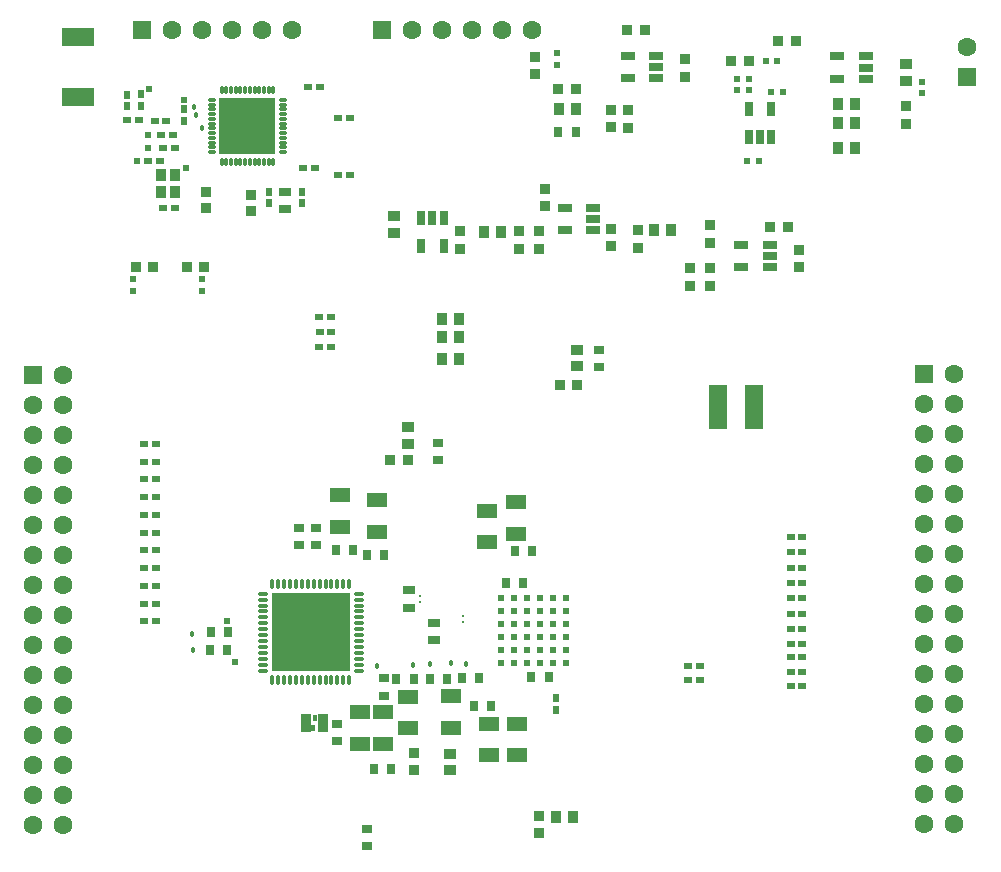
<source format=gts>
%FSTAX25Y25*%
%MOIN*%
%SFA1B1*%

%IPPOS*%
%ADD57C,0.018000*%
%ADD66O,0.039430X0.013840*%
%ADD67R,0.070930X0.047310*%
%ADD68R,0.023690X0.023690*%
%ADD69R,0.039430X0.035500*%
%ADD70R,0.035500X0.039430*%
%ADD71R,0.023690X0.023690*%
%ADD72R,0.027620X0.047310*%
%ADD73R,0.035500X0.035500*%
%ADD74R,0.035500X0.035500*%
%ADD75R,0.045340X0.027620*%
%ADD76R,0.027620X0.045340*%
%ADD77R,0.035500X0.031560*%
%ADD78R,0.031560X0.035500*%
%ADD79R,0.027620X0.023690*%
%ADD80R,0.023690X0.027620*%
%ADD81R,0.259910X0.259910*%
%ADD82O,0.013840X0.039430*%
%ADD83R,0.023690X0.029590*%
%ADD84R,0.037470X0.041400*%
%ADD85O,0.029590X0.011870*%
%ADD86O,0.011870X0.029590*%
%ADD87R,0.189040X0.189040*%
%ADD88R,0.029590X0.023690*%
%ADD89R,0.039430X0.031560*%
%ADD90R,0.035500X0.033530*%
%ADD91R,0.106360X0.063060*%
%ADD92R,0.011870X0.023690*%
%ADD93R,0.033530X0.059120*%
%ADD94R,0.063060X0.145730*%
%ADD95C,0.063060*%
%ADD96R,0.063060X0.063060*%
%ADD97R,0.063060X0.063060*%
%ADD98C,0.013000*%
%ADD99C,0.024000*%
%ADD100C,0.023690*%
%ADD101C,0.029980*%
%LNhighspeed_v0-1*%
%LPD*%
G54D57*
X01206Y00807D03*
X01202Y00862D03*
X02064Y00765D03*
X01214Y0259D03*
X0121Y02619D03*
X01818Y00754D03*
X0194Y00759D03*
X01996Y0076D03*
X02117D03*
X01234Y02547D03*
G54D66*
X0175745Y0085716D03*
Y0087684D03*
Y0089653D03*
Y0091621D03*
X0143855Y0073905D03*
Y0075873D03*
Y0077842D03*
Y007981D03*
Y0081779D03*
Y0083747D03*
Y0085716D03*
Y0087684D03*
Y0089653D03*
Y0091621D03*
Y009359D03*
Y0095558D03*
Y0097527D03*
Y0099495D03*
X0175745D03*
Y0097527D03*
Y0095558D03*
Y009359D03*
Y0083747D03*
Y0081779D03*
Y007981D03*
Y0077842D03*
Y0075873D03*
Y0073905D03*
G54D67*
X01696Y0121685D03*
Y0132315D03*
X02281Y0119485D03*
Y0130115D03*
X0182Y0119985D03*
Y0130615D03*
X01923Y0054585D03*
Y0065215D03*
X02064Y0065315D03*
Y0054685D03*
X02193Y0056215D03*
Y0045585D03*
X02285Y0056215D03*
Y0045585D03*
X01761Y0060015D03*
Y0049385D03*
X01838Y0059915D03*
Y0049285D03*
X02187Y0127215D03*
Y0116585D03*
G54D68*
X03634Y0266263D03*
Y02702D03*
X02419Y0279637D03*
Y02757D03*
X01236Y02005D03*
Y0204437D03*
X01005Y02005D03*
Y0204437D03*
G54D69*
X03582Y0275956D03*
Y0270444D03*
X01877Y0219844D03*
Y0225356D03*
X02487Y0180856D03*
Y0175344D03*
X01921Y0155056D03*
Y0149544D03*
X02061Y0040644D03*
Y0046156D03*
G54D70*
X0341056Y02629D03*
X0335544D03*
X0341056Y02482D03*
X0335544D03*
X0341056Y02564D03*
X0335544D03*
X0209056Y01778D03*
X0203544D03*
X0209156Y0185D03*
X0203644D03*
X0209056Y0191D03*
X0203544D03*
X0223156Y02201D03*
X0217644D03*
X0279856Y02206D03*
X0274344D03*
X0248056Y02611D03*
X0242544D03*
X0247056Y00252D03*
X0241544D03*
G54D71*
X0315337Y0277D03*
X03114D03*
X03173Y02668D03*
X0313363D03*
X03059Y02673D03*
X0301963D03*
X0302Y02712D03*
X0305937D03*
X03093Y02437D03*
X0305363D03*
G54D72*
X030576Y0251576D03*
X03095D03*
X031324D03*
Y0261024D03*
X030576D03*
G54D73*
X0305753Y0277D03*
X0299847D03*
X0265347Y02875D03*
X0271253D03*
X0242247Y02679D03*
X0248153D03*
X0248653Y0169D03*
X0242747D03*
X0312847Y02219D03*
X0318753D03*
X0315547Y02838D03*
X0321453D03*
X0192053Y01441D03*
X0186147D03*
X0101447Y02085D03*
X0107353D03*
X0118447D03*
X0124353D03*
G54D74*
X02846Y0277653D03*
Y0271747D03*
X02655Y0260753D03*
Y0254847D03*
X026Y0260853D03*
Y0254947D03*
X02379Y0228647D03*
Y0234553D03*
X02928Y0216347D03*
Y0222253D03*
X026Y0221153D03*
Y0215247D03*
X03226Y0208247D03*
Y0214153D03*
X02096Y0220253D03*
Y0214347D03*
X02293Y0220453D03*
Y0214547D03*
X02358Y0220353D03*
Y0214447D03*
X02688Y0220753D03*
Y0214847D03*
X02928Y0208053D03*
Y0202147D03*
X02863Y0208053D03*
Y0202147D03*
X01943Y0046553D03*
Y0040647D03*
X02347Y0278553D03*
Y0272647D03*
X03581Y0262053D03*
Y0256147D03*
X02358Y0025553D03*
Y0019647D03*
G54D75*
X0265576Y027136D03*
Y027884D03*
X0275024D03*
Y02751D03*
Y027136D03*
X0244376Y022066D03*
Y022814D03*
X0253824D03*
Y02244D03*
Y022066D03*
X0303276Y020836D03*
Y021584D03*
X0312724D03*
Y02121D03*
Y020836D03*
X0335276Y027116D03*
Y027864D03*
X0344724D03*
Y02749D03*
Y027116D03*
G54D76*
X020404Y0215276D03*
X019656D03*
Y0224724D03*
X02003D03*
X020404D03*
G54D77*
X02559Y0175046D03*
Y0180754D03*
X01784Y0020954D03*
Y0015246D03*
X01687Y0055954D03*
Y0050246D03*
X01842Y0065546D03*
Y0071254D03*
X0156Y0115846D03*
Y0121554D03*
X01617Y0115746D03*
Y0121454D03*
X02021Y0144046D03*
Y0149754D03*
G54D78*
X0242346Y02534D03*
X0248054D03*
X0131954Y00807D03*
X0126246D03*
X0132154Y00869D03*
X0126446D03*
X0219754Y00622D03*
X0214046D03*
X0239054Y00717D03*
X0233346D03*
X0186554Y00412D03*
X0180846D03*
X0188346Y00712D03*
X0194054D03*
X0205354D03*
X0199646D03*
X0215754Y00714D03*
X0210046D03*
X0227946Y01137D03*
X0233654D03*
X0230554Y01032D03*
X0224846D03*
X0178446Y01125D03*
X0184154D03*
X0168046Y0114D03*
X0173754D03*
G54D79*
X0323667Y00784D03*
X031973D03*
X0323667Y00735D03*
X031973D03*
X0323667Y01185D03*
X031973D03*
X0323667Y00687D03*
X031973D03*
X0098544Y02573D03*
X0102481D03*
X0109932Y02525D03*
X0113868D03*
X0114456Y0248D03*
X0110519D03*
X0159031Y02683D03*
X0162969D03*
X0168832Y02582D03*
X0172768D03*
X0109569Y02439D03*
X0105631D03*
X0157231Y02413D03*
X0161169D03*
X0168931Y02391D03*
X0172869D03*
X0114456Y02281D03*
X0110519D03*
X0285432Y00708D03*
X0289369D03*
X0285432Y00754D03*
X0289369D03*
X031973Y0113367D03*
X0323667D03*
X0108268Y0149395D03*
X0104332D03*
Y00903D03*
X0108268D03*
X031973Y00829D03*
X0323667D03*
X031973Y0108233D03*
X0323667D03*
X0104332Y009621D03*
X0108268D03*
X031973Y01031D03*
X0323667D03*
X0108268Y0143485D03*
X0104332D03*
Y0102119D03*
X0108268D03*
X031973Y0097967D03*
X0323667D03*
X0108268Y0137576D03*
X0104332D03*
Y0108028D03*
X0108268D03*
Y0131666D03*
X0104332D03*
X0108268Y0125757D03*
X0104332D03*
X031973Y0092833D03*
X0323667D03*
X031973Y00877D03*
X0323667D03*
X0108268Y0119847D03*
X0104332D03*
X0108268Y0113938D03*
X0104332D03*
X0166569Y01916D03*
X0162631D03*
X0166668Y01867D03*
X0162732D03*
X0166469Y01819D03*
X0162531D03*
G54D80*
X01569Y0233569D03*
Y0229631D03*
X01174Y0261069D03*
Y0257132D03*
X02416Y0064768D03*
Y0060831D03*
G54D81*
X01598Y00867D03*
G54D82*
X0172595Y0070755D03*
X0170627D03*
X0168658D03*
X016669D03*
X0164721D03*
X0162753D03*
X0160784D03*
X0158816D03*
X0156847D03*
X0154879D03*
X015291D03*
X0150942D03*
X0148973D03*
X0147005D03*
Y0102645D03*
X0148973D03*
X0150942D03*
X015291D03*
X0154879D03*
X0156847D03*
X0158816D03*
X0160784D03*
X0162753D03*
X0164721D03*
X016669D03*
X0168658D03*
X0170627D03*
X0172595D03*
G54D83*
X00984Y026587D03*
Y026213D03*
X01031Y026597D03*
Y026223D03*
X01459Y022973D03*
Y023347D03*
G54D84*
X0114458Y0233346D03*
X010993D03*
Y0239054D03*
X0114458D03*
G54D85*
X0150609Y0246739D03*
Y0248313D03*
Y0249888D03*
Y0251463D03*
Y0253038D03*
Y0254613D03*
Y0256187D03*
Y0257762D03*
Y0259337D03*
Y0260912D03*
Y0262487D03*
Y0264061D03*
X0126791D03*
Y0262487D03*
Y0260912D03*
Y0259337D03*
Y0257762D03*
Y0256187D03*
Y0254613D03*
Y0253038D03*
Y0251463D03*
Y0249888D03*
Y0248313D03*
Y0246739D03*
G54D86*
X0147361Y0267309D03*
X0145787D03*
X0144212D03*
X0142637D03*
X0141062D03*
X0139487D03*
X0137913D03*
X0136338D03*
X0134763D03*
X0133188D03*
X0131613D03*
X0130039D03*
Y0243491D03*
X0131613D03*
X0133188D03*
X0134763D03*
X0136338D03*
X0137913D03*
X0139487D03*
X0141062D03*
X0142637D03*
X0144212D03*
X0145787D03*
X0147361D03*
G54D87*
X01387Y02554D03*
G54D88*
X010783Y02571D03*
X011157D03*
G54D89*
X0151239Y0227647D03*
Y0233553D03*
X01925Y0094847D03*
Y0100753D03*
X02008Y0089853D03*
Y0083947D03*
G54D90*
X01249Y0228043D03*
Y0233358D03*
X01398Y0232258D03*
Y0226942D03*
G54D91*
X00822Y028522D03*
Y0265141D03*
G54D92*
X0161294Y0058172D03*
X0160506Y0054628D03*
G54D93*
X0163754Y00564D03*
X0158046D03*
G54D94*
X0295694Y01616D03*
X0307505D03*
G54D95*
X01535Y02874D03*
X01435D03*
X01335D03*
X01235D03*
X01135D03*
X03787Y02818D03*
X03741Y01728D03*
X03641Y01628D03*
X03741D03*
X03641Y01528D03*
X03741D03*
X03641Y01428D03*
X03741D03*
X03641Y01328D03*
X03741D03*
X03641Y01228D03*
X03741D03*
X03641Y01128D03*
X03741D03*
X03641Y01028D03*
X03741D03*
X03641Y00928D03*
X03741D03*
X03641Y00828D03*
X03741D03*
X03641Y00728D03*
X03741D03*
X03641Y00628D03*
X03741D03*
X03641Y00528D03*
X03741D03*
X03641Y00428D03*
X03741D03*
X03641Y00328D03*
X03741D03*
X03641Y00228D03*
X03741D03*
X00773Y01723D03*
X00673Y01623D03*
X00773D03*
X00673Y01523D03*
X00773D03*
X00673Y01423D03*
X00773D03*
X00673Y01323D03*
X00773D03*
X00673Y01223D03*
X00773D03*
X00673Y01123D03*
X00773D03*
X00673Y01023D03*
X00773D03*
X00673Y00923D03*
X00773D03*
X00673Y00823D03*
X00773D03*
X00673Y00723D03*
X00773D03*
X00673Y00623D03*
X00773D03*
X00673Y00523D03*
X00773D03*
X00673Y00423D03*
X00773D03*
X00673Y00323D03*
X00773D03*
X00673Y00223D03*
X00773D03*
X02335Y02875D03*
X02235D03*
X02135D03*
X02035D03*
X01935D03*
G54D96*
X01035Y02874D03*
X01835Y02875D03*
G54D97*
X03787Y02718D03*
X03641Y01728D03*
X00673Y01723D03*
G54D98*
X01961Y0096625D03*
Y0098575D03*
X02104Y009205D03*
Y009015D03*
G54D99*
X01347Y00768D03*
X0132Y00903D03*
X01057Y02523D03*
Y0248D03*
X01174Y02642D03*
X01058Y02677D03*
X01019Y02439D03*
X01181Y02415D03*
G54D100*
X0148973Y0097527D03*
X0153304D03*
X0157635D03*
X0161965D03*
X0166296D03*
X0170627D03*
X0148973Y0093196D03*
X0153304D03*
X0157635D03*
X0161965D03*
X0166296D03*
X0170627D03*
X0148973Y0088865D03*
X0153304D03*
X0157635D03*
X0161965D03*
X0166296D03*
X0170627D03*
X0148973Y0084535D03*
X0153304D03*
X0157635D03*
X0161965D03*
X0166296D03*
X0170627D03*
X0148973Y0080204D03*
X0153304D03*
X0157635D03*
X0161965D03*
X0166296D03*
X0170627D03*
X0148973Y0075873D03*
X0153304D03*
X0157635D03*
X0161965D03*
X0166296D03*
X0170627D03*
X0223073Y0076373D03*
X0227404D03*
X0231735D03*
X0236065D03*
X0240396D03*
X0244727D03*
X0223073Y0080704D03*
X0227404D03*
X0231735D03*
X0236065D03*
X0240396D03*
X0244727D03*
X0223073Y0085035D03*
X0227404D03*
X0231735D03*
X0236065D03*
X0240396D03*
X0244727D03*
X0223073Y0089365D03*
X0227404D03*
X0231735D03*
X0236065D03*
X0240396D03*
X0244727D03*
X0223073Y0093696D03*
X0227404D03*
X0231735D03*
X0236065D03*
X0240396D03*
X0244727D03*
X0223073Y0098027D03*
X0227404D03*
X0231735D03*
X0236065D03*
X0240396D03*
X0244727D03*
G54D101*
X0145787Y0248313D03*
X0141062D03*
X0136338D03*
X0131613D03*
X0145787Y0253038D03*
X0141062D03*
X0136338D03*
X0131613D03*
X0145787Y0257762D03*
X0141062D03*
X0136338D03*
X0131613D03*
X0145787Y0262487D03*
X0141062D03*
X0136338D03*
X0131613D03*
M02*
</source>
